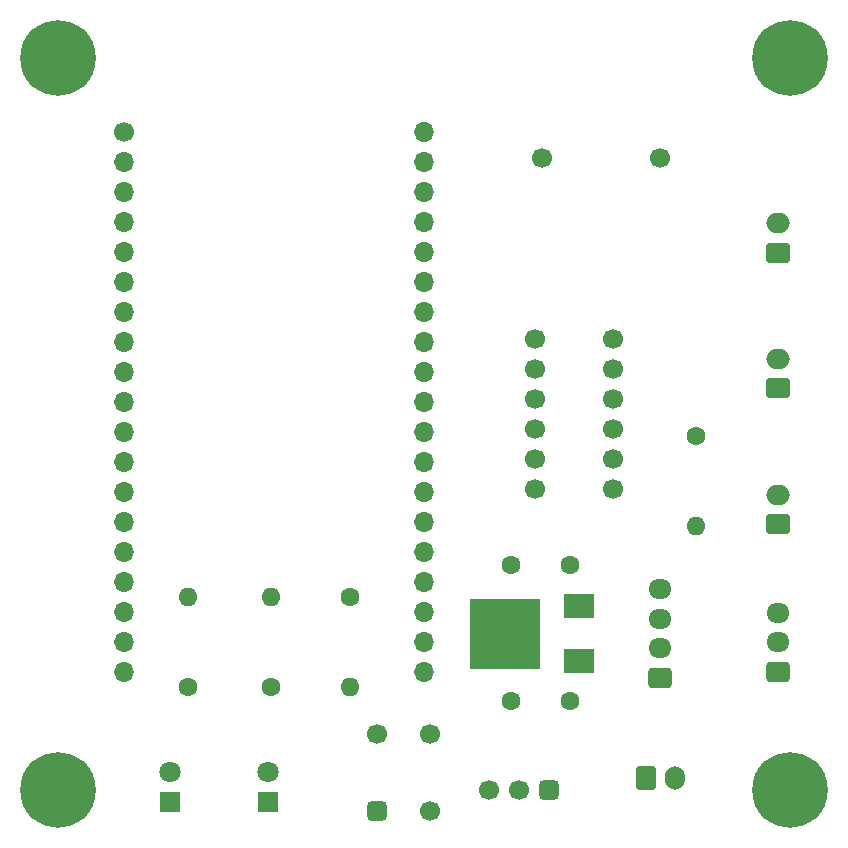
<source format=gts>
G04 #@! TF.GenerationSoftware,KiCad,Pcbnew,7.0.8*
G04 #@! TF.CreationDate,2023-12-07T12:15:41+09:00*
G04 #@! TF.ProjectId,rat_board,7261745f-626f-4617-9264-2e6b69636164,rev?*
G04 #@! TF.SameCoordinates,PX632ea00PY8a48640*
G04 #@! TF.FileFunction,Soldermask,Top*
G04 #@! TF.FilePolarity,Negative*
%FSLAX46Y46*%
G04 Gerber Fmt 4.6, Leading zero omitted, Abs format (unit mm)*
G04 Created by KiCad (PCBNEW 7.0.8) date 2023-12-07 12:15:41*
%MOMM*%
%LPD*%
G01*
G04 APERTURE LIST*
G04 Aperture macros list*
%AMRoundRect*
0 Rectangle with rounded corners*
0 $1 Rounding radius*
0 $2 $3 $4 $5 $6 $7 $8 $9 X,Y pos of 4 corners*
0 Add a 4 corners polygon primitive as box body*
4,1,4,$2,$3,$4,$5,$6,$7,$8,$9,$2,$3,0*
0 Add four circle primitives for the rounded corners*
1,1,$1+$1,$2,$3*
1,1,$1+$1,$4,$5*
1,1,$1+$1,$6,$7*
1,1,$1+$1,$8,$9*
0 Add four rect primitives between the rounded corners*
20,1,$1+$1,$2,$3,$4,$5,0*
20,1,$1+$1,$4,$5,$6,$7,0*
20,1,$1+$1,$6,$7,$8,$9,0*
20,1,$1+$1,$8,$9,$2,$3,0*%
G04 Aperture macros list end*
%ADD10C,1.700000*%
%ADD11C,1.600000*%
%ADD12O,1.600000X1.600000*%
%ADD13O,1.700000X1.700000*%
%ADD14RoundRect,0.250000X0.725000X-0.600000X0.725000X0.600000X-0.725000X0.600000X-0.725000X-0.600000X0*%
%ADD15O,1.950000X1.700000*%
%ADD16C,6.400000*%
%ADD17RoundRect,0.250000X0.750000X-0.600000X0.750000X0.600000X-0.750000X0.600000X-0.750000X-0.600000X0*%
%ADD18O,2.000000X1.700000*%
%ADD19RoundRect,0.425000X0.425000X-0.425000X0.425000X0.425000X-0.425000X0.425000X-0.425000X-0.425000X0*%
%ADD20RoundRect,0.425000X0.425000X0.425000X-0.425000X0.425000X-0.425000X-0.425000X0.425000X-0.425000X0*%
%ADD21R,2.500000X2.000000*%
%ADD22R,6.000000X6.000000*%
%ADD23R,1.800000X1.800000*%
%ADD24C,1.800000*%
%ADD25RoundRect,0.250000X-0.600000X-0.750000X0.600000X-0.750000X0.600000X0.750000X-0.600000X0.750000X0*%
%ADD26O,1.700000X2.000000*%
G04 APERTURE END LIST*
D10*
X45000000Y57500000D03*
X55000000Y57500000D03*
D11*
X58000000Y34000000D03*
D12*
X58000000Y26380000D03*
D10*
X9600000Y59700000D03*
D13*
X9600000Y57160000D03*
X9600000Y54620000D03*
X9600000Y52080000D03*
X9600000Y49540000D03*
X9600000Y47000000D03*
X9600000Y44460000D03*
X9600000Y41920000D03*
X9600000Y39380000D03*
X9600000Y36840000D03*
X9600000Y34300000D03*
X9600000Y31760000D03*
X9600000Y29220000D03*
X9600000Y26680000D03*
X9600000Y24140000D03*
X9600000Y21600000D03*
X9600000Y19060000D03*
X9600000Y16520000D03*
X9600000Y13980000D03*
X35000000Y13980000D03*
X35000000Y16520000D03*
X35000000Y19060000D03*
X35000000Y21600000D03*
X35000000Y24140000D03*
X35000000Y26680000D03*
X35000000Y29220000D03*
X35000000Y31760000D03*
X35000000Y34300000D03*
X35000000Y36840000D03*
X35000000Y39380000D03*
X35000000Y41920000D03*
X35000000Y44460000D03*
X35000000Y47000000D03*
X35000000Y49540000D03*
X35000000Y52080000D03*
X35000000Y54620000D03*
X35000000Y57160000D03*
X35000000Y59700000D03*
D14*
X55000000Y13500000D03*
D15*
X55000000Y16000000D03*
X55000000Y18500000D03*
X55000000Y21000000D03*
D16*
X4000000Y66000000D03*
D11*
X47375000Y23050000D03*
X42375000Y23050000D03*
D16*
X4000000Y4000000D03*
D17*
X65000000Y26500000D03*
D18*
X65000000Y29000000D03*
D11*
X15000000Y12690000D03*
D12*
X15000000Y20310000D03*
D17*
X65000000Y49500000D03*
D18*
X65000000Y52000000D03*
D19*
X31000000Y2250000D03*
D10*
X31000000Y8750000D03*
X35500000Y2250000D03*
X35500000Y8750000D03*
X51000000Y29460000D03*
X51000000Y32000000D03*
X51000000Y34540000D03*
X51000000Y37080000D03*
X51000000Y39620000D03*
X51000000Y42160000D03*
X44380000Y42160000D03*
X44380000Y39620000D03*
X44380000Y37080000D03*
X44380000Y34540000D03*
X44380000Y32000000D03*
X44380000Y29460000D03*
D20*
X45580000Y4000000D03*
D10*
X43040000Y4000000D03*
X40500000Y4000000D03*
D14*
X65000000Y14000000D03*
D15*
X65000000Y16500000D03*
X65000000Y19000000D03*
D11*
X22000000Y12690000D03*
D12*
X22000000Y20310000D03*
D21*
X48125000Y14950000D03*
D22*
X41875000Y17250000D03*
D21*
X48125000Y19550000D03*
D23*
X21750000Y2960000D03*
D24*
X21750000Y5500000D03*
D11*
X28750000Y20310000D03*
D12*
X28750000Y12690000D03*
D16*
X66000000Y66000000D03*
X66000000Y4000000D03*
D17*
X65000000Y38000000D03*
D18*
X65000000Y40500000D03*
D25*
X53750000Y5000000D03*
D26*
X56250000Y5000000D03*
D23*
X13500000Y3000000D03*
D24*
X13500000Y5540000D03*
D11*
X42375000Y11550000D03*
X47375000Y11550000D03*
M02*

</source>
